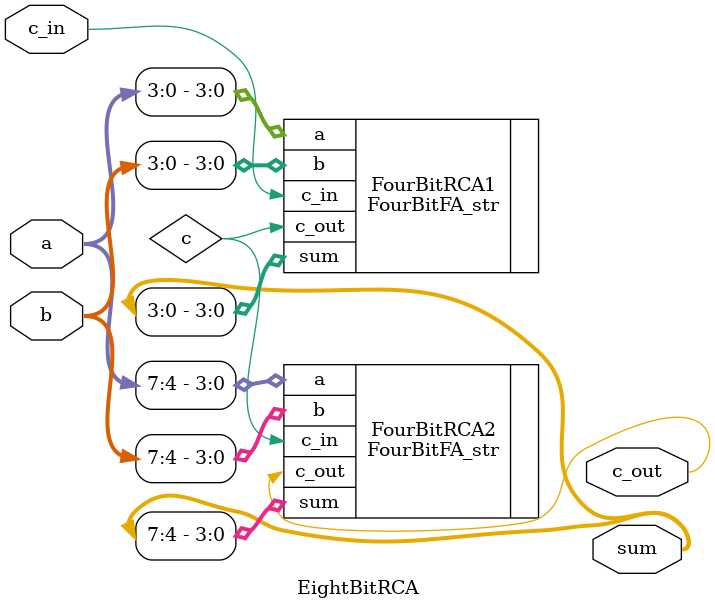
<source format=v>
`timescale 1ns / 1ps


module EightBitRCA(
    input [7:0] a, b,
    input c_in,
    output [7:0] sum,
    output c_out
    );

    wire c;

    FourBitFA_str FourBitRCA1 (
        .c_out(c),
        .sum(sum[3:0]),
        .a(a[3:0]),
        .b(b[3:0]),
        .c_in(c_in)
    );

    FourBitFA_str FourBitRCA2 (
        .c_out(c_out),
        .sum(sum[7:4]),
        .a(a[7:4]),
        .b(b[7:4]),
        .c_in(c)
    );

endmodule

</source>
